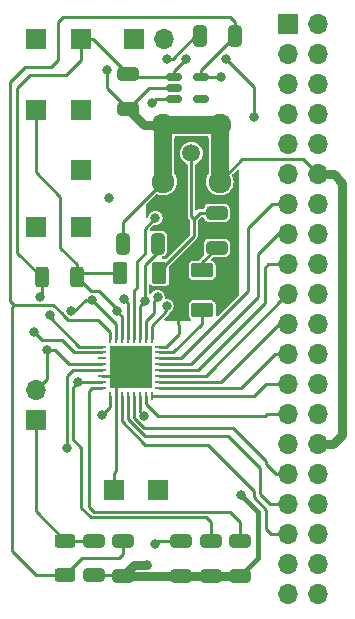
<source format=gbr>
%TF.GenerationSoftware,KiCad,Pcbnew,7.0.9*%
%TF.CreationDate,2024-09-05T13:52:43+09:00*%
%TF.ProjectId,STA5635,53544135-3633-4352-9e6b-696361645f70,rev?*%
%TF.SameCoordinates,Original*%
%TF.FileFunction,Copper,L1,Top*%
%TF.FilePolarity,Positive*%
%FSLAX46Y46*%
G04 Gerber Fmt 4.6, Leading zero omitted, Abs format (unit mm)*
G04 Created by KiCad (PCBNEW 7.0.9) date 2024-09-05 13:52:43*
%MOMM*%
%LPD*%
G01*
G04 APERTURE LIST*
G04 Aperture macros list*
%AMRoundRect*
0 Rectangle with rounded corners*
0 $1 Rounding radius*
0 $2 $3 $4 $5 $6 $7 $8 $9 X,Y pos of 4 corners*
0 Add a 4 corners polygon primitive as box body*
4,1,4,$2,$3,$4,$5,$6,$7,$8,$9,$2,$3,0*
0 Add four circle primitives for the rounded corners*
1,1,$1+$1,$2,$3*
1,1,$1+$1,$4,$5*
1,1,$1+$1,$6,$7*
1,1,$1+$1,$8,$9*
0 Add four rect primitives between the rounded corners*
20,1,$1+$1,$2,$3,$4,$5,0*
20,1,$1+$1,$4,$5,$6,$7,0*
20,1,$1+$1,$6,$7,$8,$9,0*
20,1,$1+$1,$8,$9,$2,$3,0*%
G04 Aperture macros list end*
%TA.AperFunction,ComponentPad*%
%ADD10R,1.700000X1.700000*%
%TD*%
%TA.AperFunction,ComponentPad*%
%ADD11O,1.700000X1.700000*%
%TD*%
%TA.AperFunction,SMDPad,CuDef*%
%ADD12RoundRect,0.250000X0.325000X0.650000X-0.325000X0.650000X-0.325000X-0.650000X0.325000X-0.650000X0*%
%TD*%
%TA.AperFunction,SMDPad,CuDef*%
%ADD13RoundRect,0.250000X-0.650000X0.325000X-0.650000X-0.325000X0.650000X-0.325000X0.650000X0.325000X0*%
%TD*%
%TA.AperFunction,SMDPad,CuDef*%
%ADD14RoundRect,0.250000X-0.312500X-0.625000X0.312500X-0.625000X0.312500X0.625000X-0.312500X0.625000X0*%
%TD*%
%TA.AperFunction,SMDPad,CuDef*%
%ADD15RoundRect,0.250000X0.625000X-0.312500X0.625000X0.312500X-0.625000X0.312500X-0.625000X-0.312500X0*%
%TD*%
%TA.AperFunction,ComponentPad*%
%ADD16C,1.508000*%
%TD*%
%TA.AperFunction,ComponentPad*%
%ADD17C,1.920000*%
%TD*%
%TA.AperFunction,SMDPad,CuDef*%
%ADD18RoundRect,0.250000X-0.362500X-0.700000X0.362500X-0.700000X0.362500X0.700000X-0.362500X0.700000X0*%
%TD*%
%TA.AperFunction,SMDPad,CuDef*%
%ADD19RoundRect,0.250000X-0.700000X0.362500X-0.700000X-0.362500X0.700000X-0.362500X0.700000X0.362500X0*%
%TD*%
%TA.AperFunction,SMDPad,CuDef*%
%ADD20RoundRect,0.150000X-0.512500X-0.150000X0.512500X-0.150000X0.512500X0.150000X-0.512500X0.150000X0*%
%TD*%
%TA.AperFunction,SMDPad,CuDef*%
%ADD21R,0.228600X0.762000*%
%TD*%
%TA.AperFunction,SMDPad,CuDef*%
%ADD22R,0.762000X0.228600*%
%TD*%
%TA.AperFunction,SMDPad,CuDef*%
%ADD23R,3.657600X3.657600*%
%TD*%
%TA.AperFunction,SMDPad,CuDef*%
%ADD24RoundRect,0.250000X0.650000X-0.325000X0.650000X0.325000X-0.650000X0.325000X-0.650000X-0.325000X0*%
%TD*%
%TA.AperFunction,ViaPad*%
%ADD25C,0.800000*%
%TD*%
%TA.AperFunction,Conductor*%
%ADD26C,0.250000*%
%TD*%
%TA.AperFunction,Conductor*%
%ADD27C,0.400000*%
%TD*%
%TA.AperFunction,Conductor*%
%ADD28C,0.800000*%
%TD*%
%TA.AperFunction,Conductor*%
%ADD29C,1.500000*%
%TD*%
G04 APERTURE END LIST*
D10*
%TO.P,TP1,1,1*%
%TO.N,Net-(U1-RFA_IN)*%
X135483600Y-70180200D03*
%TD*%
%TO.P,TP10,1,1*%
%TO.N,GND*%
X138277600Y-102285800D03*
%TD*%
%TO.P,J3,1,Pin_1*%
%TO.N,Net-(J3-Pin_1)*%
X131699000Y-96398000D03*
D11*
%TO.P,J3,2,Pin_2*%
%TO.N,CHIP_EN*%
X131699000Y-93858000D03*
%TD*%
D10*
%TO.P,TP6,1,1*%
%TO.N,TCXO_IN*%
X131673600Y-80086200D03*
%TD*%
%TO.P,TP2,1,1*%
%TO.N,Net-(U1-LNA_OUT)*%
X135483600Y-80086200D03*
%TD*%
%TO.P,TP9,1,1*%
%TO.N,VDD*%
X135509000Y-64135000D03*
%TD*%
D12*
%TO.P,C7,1*%
%TO.N,1.1V*%
X141987800Y-81457800D03*
%TO.P,C7,2*%
%TO.N,GND*%
X139037800Y-81457800D03*
%TD*%
D13*
%TO.P,C8,1*%
%TO.N,VCC*%
X139044950Y-106627400D03*
%TO.P,C8,2*%
%TO.N,GND*%
X139044950Y-109577400D03*
%TD*%
D10*
%TO.P,J4,1,Pin_1*%
%TO.N,Net-(J4-Pin_1)*%
X139954000Y-64135000D03*
D11*
%TO.P,J4,2,Pin_2*%
%TO.N,VDD*%
X142494000Y-64135000D03*
%TD*%
D13*
%TO.P,C3,1*%
%TO.N,Net-(J3-Pin_1)*%
X136581150Y-106616700D03*
%TO.P,C3,2*%
%TO.N,GND*%
X136581150Y-109566700D03*
%TD*%
D14*
%TO.P,R2,1*%
%TO.N,VDD*%
X132217700Y-84328000D03*
%TO.P,R2,2*%
%TO.N,Net-(U1-TP_IF_N{slash}Sense2(1))*%
X135142700Y-84328000D03*
%TD*%
D15*
%TO.P,R1,1*%
%TO.N,VCC*%
X134168150Y-109539500D03*
%TO.P,R1,2*%
%TO.N,Net-(J3-Pin_1)*%
X134168150Y-106614500D03*
%TD*%
D16*
%TO.P,J2,1*%
%TO.N,Net-(C9-Pad2)*%
X144856200Y-73812400D03*
D17*
%TO.P,J2,G1*%
%TO.N,GND*%
X142456200Y-71412400D03*
%TO.P,J2,G2*%
X142456200Y-76212400D03*
%TO.P,J2,G3*%
X147256200Y-76212400D03*
%TO.P,J2,G4*%
X147256200Y-71412400D03*
%TD*%
D18*
%TO.P,L1,1*%
%TO.N,Net-(U1-TP_IF_N{slash}Sense2(1))*%
X138824900Y-83947000D03*
%TO.P,L1,2*%
%TO.N,Net-(C9-Pad2)*%
X142149900Y-83947000D03*
%TD*%
D10*
%TO.P,TP5,1,1*%
%TO.N,1.1V*%
X135509000Y-75234800D03*
%TD*%
D19*
%TO.P,L2,2*%
%TO.N,LNA_IN*%
X145770600Y-87057300D03*
%TO.P,L2,1*%
%TO.N,Net-(C9-Pad1)*%
X145770600Y-83732300D03*
%TD*%
D10*
%TO.P,TP3,1,1*%
%TO.N,Net-(U1-VCC_IO)*%
X131699000Y-64135000D03*
%TD*%
D13*
%TO.P,C6,1*%
%TO.N,Net-(U1-V11_OUT_DIG)*%
X143997950Y-106625600D03*
%TO.P,C6,2*%
%TO.N,GND*%
X143997950Y-109575600D03*
%TD*%
D10*
%TO.P,J1,1,Pin_1*%
%TO.N,CHIP_EN*%
X153035000Y-62890400D03*
D11*
%TO.P,J1,2,Pin_2*%
%TO.N,unconnected-(J1-Pin_2-Pad2)*%
X155575000Y-62890400D03*
%TO.P,J1,3,Pin_3*%
%TO.N,unconnected-(J1-Pin_3-Pad3)*%
X153035000Y-65430400D03*
%TO.P,J1,4,Pin_4*%
%TO.N,unconnected-(J1-Pin_4-Pad4)*%
X155575000Y-65430400D03*
%TO.P,J1,5,Pin_5*%
%TO.N,unconnected-(J1-Pin_5-Pad5)*%
X153035000Y-67970400D03*
%TO.P,J1,6,Pin_6*%
%TO.N,unconnected-(J1-Pin_6-Pad6)*%
X155575000Y-67970400D03*
%TO.P,J1,7,Pin_7*%
%TO.N,unconnected-(J1-Pin_7-Pad7)*%
X153035000Y-70510400D03*
%TO.P,J1,8,Pin_8*%
%TO.N,unconnected-(J1-Pin_8-Pad8)*%
X155575000Y-70510400D03*
%TO.P,J1,9,Pin_9*%
%TO.N,unconnected-(J1-Pin_9-Pad9)*%
X153035000Y-73050400D03*
%TO.P,J1,10,Pin_10*%
%TO.N,unconnected-(J1-Pin_10-Pad10)*%
X155575000Y-73050400D03*
%TO.P,J1,11,Pin_11*%
%TO.N,5V*%
X153035000Y-75590400D03*
%TO.P,J1,12,Pin_12*%
%TO.N,GND*%
X155575000Y-75590400D03*
%TO.P,J1,13,Pin_13*%
%TO.N,Net-(J1-Pin_13)*%
X153035000Y-78130400D03*
%TO.P,J1,14,Pin_14*%
%TO.N,unconnected-(J1-Pin_14-Pad14)*%
X155575000Y-78130400D03*
%TO.P,J1,15,Pin_15*%
%TO.N,Net-(J1-Pin_15)*%
X153035000Y-80670400D03*
%TO.P,J1,16,Pin_16*%
%TO.N,unconnected-(J1-Pin_16-Pad16)*%
X155575000Y-80670400D03*
%TO.P,J1,17,Pin_17*%
%TO.N,Net-(J1-Pin_17)*%
X153035000Y-83210400D03*
%TO.P,J1,18,Pin_18*%
%TO.N,unconnected-(J1-Pin_18-Pad18)*%
X155575000Y-83210400D03*
%TO.P,J1,19,Pin_19*%
%TO.N,Net-(J1-Pin_19)*%
X153035000Y-85750400D03*
%TO.P,J1,20,Pin_20*%
%TO.N,unconnected-(J1-Pin_20-Pad20)*%
X155575000Y-85750400D03*
%TO.P,J1,21,Pin_21*%
%TO.N,Net-(J1-Pin_21)*%
X153035000Y-88290400D03*
%TO.P,J1,22,Pin_22*%
%TO.N,unconnected-(J1-Pin_22-Pad22)*%
X155575000Y-88290400D03*
%TO.P,J1,23,Pin_23*%
%TO.N,Net-(J1-Pin_23)*%
X153035000Y-90830400D03*
%TO.P,J1,24,Pin_24*%
%TO.N,unconnected-(J1-Pin_24-Pad24)*%
X155575000Y-90830400D03*
%TO.P,J1,25,Pin_25*%
%TO.N,Net-(J1-Pin_25)*%
X153035000Y-93370400D03*
%TO.P,J1,26,Pin_26*%
%TO.N,unconnected-(J1-Pin_26-Pad26)*%
X155575000Y-93370400D03*
%TO.P,J1,27,Pin_27*%
%TO.N,Net-(J1-Pin_27)*%
X153035000Y-95910400D03*
%TO.P,J1,28,Pin_28*%
%TO.N,unconnected-(J1-Pin_28-Pad28)*%
X155575000Y-95910400D03*
%TO.P,J1,29,Pin_29*%
%TO.N,VDD*%
X153035000Y-98450400D03*
%TO.P,J1,30,Pin_30*%
%TO.N,GND*%
X155575000Y-98450400D03*
%TO.P,J1,31,Pin_31*%
%TO.N,Net-(J1-Pin_31)*%
X153035000Y-100990400D03*
%TO.P,J1,32,Pin_32*%
%TO.N,unconnected-(J1-Pin_32-Pad32)*%
X155575000Y-100990400D03*
%TO.P,J1,33,Pin_33*%
%TO.N,Net-(J1-Pin_33)*%
X153035000Y-103530400D03*
%TO.P,J1,34,Pin_34*%
%TO.N,unconnected-(J1-Pin_34-Pad34)*%
X155575000Y-103530400D03*
%TO.P,J1,35,Pin_35*%
%TO.N,Net-(J1-Pin_35)*%
X153035000Y-106070400D03*
%TO.P,J1,36,Pin_36*%
%TO.N,unconnected-(J1-Pin_36-Pad36)*%
X155575000Y-106070400D03*
%TO.P,J1,37,Pin_37*%
%TO.N,Net-(J1-Pin_37)*%
X153035000Y-108610400D03*
%TO.P,J1,38,Pin_38*%
%TO.N,unconnected-(J1-Pin_38-Pad38)*%
X155575000Y-108610400D03*
%TO.P,J1,39,Pin_39*%
%TO.N,TCXO_IN*%
X153035000Y-111150400D03*
%TO.P,J1,40,Pin_40*%
%TO.N,unconnected-(J1-Pin_40-Pad40)*%
X155575000Y-111150400D03*
%TD*%
D10*
%TO.P,TP4,1,1*%
%TO.N,Net-(U1-V11_OUT_DIG)*%
X142036800Y-102285800D03*
%TD*%
D13*
%TO.P,C5,1*%
%TO.N,Net-(U1-VCC_IO)*%
X146487150Y-106625600D03*
%TO.P,C5,2*%
%TO.N,GND*%
X146487150Y-109575600D03*
%TD*%
D20*
%TO.P,U2,1,VIN*%
%TO.N,VDD*%
X143383000Y-67360800D03*
%TO.P,U2,2,GND*%
%TO.N,GND*%
X143383000Y-68310800D03*
%TO.P,U2,3,EN*%
%TO.N,Net-(J4-Pin_1)*%
X143383000Y-69260800D03*
%TO.P,U2,4,NC*%
%TO.N,unconnected-(U2-NC-Pad4)*%
X145658000Y-69260800D03*
%TO.P,U2,5,VOUT*%
%TO.N,VCC*%
X145658000Y-67360800D03*
%TD*%
D21*
%TO.P,U1,1,V11_LNA*%
%TO.N,1.1V*%
X141475841Y-89509600D03*
%TO.P,U1,2,LNA_OUT*%
%TO.N,Net-(U1-LNA_OUT)*%
X140975715Y-89509600D03*
%TO.P,U1,3,V11_CHAIN*%
%TO.N,1.1V*%
X140475589Y-89509600D03*
%TO.P,U1,4,RFA_IN*%
%TO.N,Net-(U1-RFA_IN)*%
X139975463Y-89509600D03*
%TO.P,U1,5,TP_IF_P/Sense1(1)*%
%TO.N,VDD*%
X139475337Y-89509600D03*
%TO.P,U1,6,TP_IF_N/Sense2(1)*%
%TO.N,Net-(U1-TP_IF_N{slash}Sense2(1))*%
X138975211Y-89509600D03*
%TO.P,U1,7,V11_OUT_RF*%
%TO.N,1.1V*%
X138475085Y-89509600D03*
%TO.P,U1,8,VCC_RF*%
%TO.N,VCC*%
X137974959Y-89509600D03*
D22*
%TO.P,U1,9,V11_PLL*%
%TO.N,1.1V*%
X137299700Y-90184859D03*
%TO.P,U1,10,TCXO_IN*%
%TO.N,TCXO_IN*%
X137299700Y-90684985D03*
%TO.P,U1,11,NC*%
%TO.N,unconnected-(U1-NC-Pad11)*%
X137299700Y-91185111D03*
%TO.P,U1,12,CHIP_EN*%
%TO.N,CHIP_EN*%
X137299700Y-91685237D03*
%TO.P,U1,13,V11_OUT_DIG*%
%TO.N,Net-(U1-V11_OUT_DIG)*%
X137299700Y-92185363D03*
%TO.P,U1,14,GND_DIG*%
%TO.N,GND*%
X137299700Y-92685489D03*
%TO.P,U1,15,VCC_IO*%
%TO.N,Net-(U1-VCC_IO)*%
X137299700Y-93185615D03*
%TO.P,U1,16,V18_OUT*%
%TO.N,Net-(U1-V18_OUT)*%
X137299700Y-93685741D03*
D21*
%TO.P,U1,17,TCXO_CLK*%
%TO.N,TCXO_IN*%
X137974959Y-94361000D03*
%TO.P,U1,18,GND_IO*%
%TO.N,GND*%
X138475085Y-94361000D03*
%TO.P,U1,19,Q-sign2*%
%TO.N,Net-(J1-Pin_35)*%
X138975211Y-94361000D03*
%TO.P,U1,20,I-mag2*%
%TO.N,Net-(J1-Pin_33)*%
X139475337Y-94361000D03*
%TO.P,U1,21,I-sign2*%
%TO.N,Net-(J1-Pin_31)*%
X139975463Y-94361000D03*
%TO.P,U1,22,Q-mag2*%
%TO.N,Net-(J1-Pin_37)*%
X140475589Y-94361000D03*
%TO.P,U1,23,I-mag1*%
%TO.N,Net-(J1-Pin_27)*%
X140975715Y-94361000D03*
%TO.P,U1,24,I-sign1*%
%TO.N,Net-(J1-Pin_25)*%
X141475841Y-94361000D03*
D22*
%TO.P,U1,25,Q-sign1*%
%TO.N,Net-(J1-Pin_23)*%
X142151100Y-93685741D03*
%TO.P,U1,26,Q-mag1*%
%TO.N,Net-(J1-Pin_21)*%
X142151100Y-93185615D03*
%TO.P,U1,27,SPI_CLK*%
%TO.N,Net-(J1-Pin_19)*%
X142151100Y-92685489D03*
%TO.P,U1,28,SPI_DI*%
%TO.N,Net-(J1-Pin_17)*%
X142151100Y-92185363D03*
%TO.P,U1,29,SPI_DO*%
%TO.N,Net-(J1-Pin_15)*%
X142151100Y-91685237D03*
%TO.P,U1,30,SPI_NCS*%
%TO.N,Net-(J1-Pin_13)*%
X142151100Y-91185111D03*
%TO.P,U1,31,LNA_IN*%
%TO.N,LNA_IN*%
X142151100Y-90684985D03*
%TO.P,U1,32,LNA_GND*%
%TO.N,GNDA*%
X142151100Y-90184859D03*
D23*
%TO.P,U1,33,GND*%
%TO.N,GND*%
X139725400Y-91935300D03*
%TD*%
D13*
%TO.P,C1,1*%
%TO.N,VDD*%
X139522200Y-67105000D03*
%TO.P,C1,2*%
%TO.N,GND*%
X139522200Y-70055000D03*
%TD*%
%TO.P,C4,1*%
%TO.N,Net-(U1-V18_OUT)*%
X148976350Y-106625600D03*
%TO.P,C4,2*%
%TO.N,GND*%
X148976350Y-109575600D03*
%TD*%
D12*
%TO.P,C2,1*%
%TO.N,VCC*%
X148541000Y-63881000D03*
%TO.P,C2,2*%
%TO.N,GND*%
X145591000Y-63881000D03*
%TD*%
D24*
%TO.P,C9,1*%
%TO.N,Net-(C9-Pad1)*%
X147015200Y-81817000D03*
%TO.P,C9,2*%
%TO.N,Net-(C9-Pad2)*%
X147015200Y-78867000D03*
%TD*%
D10*
%TO.P,TP8,1,1*%
%TO.N,Net-(U1-TP_IF_N{slash}Sense2(1))*%
X131673600Y-70180200D03*
%TD*%
D25*
%TO.N,GNDA*%
X144018000Y-80467200D03*
X143992600Y-83185000D03*
X143713200Y-87477600D03*
%TO.N,VDD*%
X132054600Y-85965700D03*
X139115800Y-86156800D03*
%TO.N,GND*%
X140843000Y-90678000D03*
X140843000Y-91821000D03*
X137721100Y-66725800D03*
X138557000Y-90678000D03*
X142748000Y-65811400D03*
X140843000Y-93091000D03*
X138557000Y-91821000D03*
X138557000Y-93091000D03*
X149047200Y-102768400D03*
X139700000Y-90678000D03*
X139700000Y-93091000D03*
X139700000Y-91821000D03*
X141102350Y-108635800D03*
%TO.N,VCC*%
X147345400Y-67360800D03*
%TO.N,TCXO_IN*%
X131521200Y-88950800D03*
%TO.N,CHIP_EN*%
X132664200Y-90500200D03*
%TO.N,Net-(U1-VCC_IO)*%
X135261985Y-93185615D03*
%TO.N,Net-(U1-V11_OUT_DIG)*%
X134340600Y-98806000D03*
X141762750Y-106908600D03*
%TO.N,VDD*%
X150114000Y-70739000D03*
X147751800Y-65862200D03*
X144373600Y-65862200D03*
%TO.N,Net-(U1-TP_IF_N{slash}Sense2(1))*%
X138519500Y-87193901D03*
%TO.N,TCXO_IN*%
X137287000Y-95961200D03*
%TO.N,Net-(J1-Pin_37)*%
X140843000Y-96062800D03*
%TO.N,Net-(J4-Pin_1)*%
X141554200Y-69596000D03*
%TO.N,Net-(U1-RFA_IN)*%
X141808200Y-79273400D03*
X137871200Y-77622400D03*
%TO.N,Net-(U1-LNA_OUT)*%
X141986000Y-86016500D03*
%TO.N,1.1V*%
X134670800Y-87198200D03*
X136448800Y-86220900D03*
X140906500Y-86321900D03*
X142748000Y-86741000D03*
X132867400Y-87528400D03*
%TD*%
D26*
%TO.N,GNDA*%
X143713200Y-87477600D02*
X143764000Y-87833200D01*
X143764000Y-89103200D02*
X143713200Y-87477600D01*
X142682341Y-90184859D02*
X143764000Y-89103200D01*
X142151100Y-90184859D02*
X142682341Y-90184859D01*
%TO.N,Net-(C9-Pad1)*%
X145770600Y-83061600D02*
X147015200Y-81817000D01*
X145770600Y-83732300D02*
X145770600Y-83061600D01*
%TO.N,LNA_IN*%
X145770600Y-88239600D02*
X145770600Y-87057300D01*
X143325215Y-90684985D02*
X145770600Y-88239600D01*
X142151100Y-90684985D02*
X143325215Y-90684985D01*
%TO.N,Net-(J1-Pin_13)*%
X151663400Y-78130400D02*
X153035000Y-78130400D01*
X149682200Y-85496400D02*
X149682200Y-80111600D01*
X143993489Y-91185111D02*
X149682200Y-85496400D01*
X142151100Y-91185111D02*
X143993489Y-91185111D01*
X149682200Y-80111600D02*
X151663400Y-78130400D01*
%TO.N,Net-(J1-Pin_15)*%
X152196800Y-80670400D02*
X153035000Y-80670400D01*
X150520400Y-85953600D02*
X150520400Y-82346800D01*
X150520400Y-82346800D02*
X152196800Y-80670400D01*
X144788763Y-91685237D02*
X150520400Y-85953600D01*
X142151100Y-91685237D02*
X144788763Y-91685237D01*
%TO.N,Net-(J1-Pin_17)*%
X151079200Y-83489800D02*
X151358600Y-83210400D01*
X151358600Y-83210400D02*
X153035000Y-83210400D01*
X151079200Y-86487000D02*
X151079200Y-83489800D01*
X145380837Y-92185363D02*
X151079200Y-86487000D01*
X142151100Y-92185363D02*
X145380837Y-92185363D01*
%TO.N,Net-(J1-Pin_19)*%
X152984200Y-85750400D02*
X153035000Y-85750400D01*
X146049111Y-92685489D02*
X152984200Y-85750400D01*
X142151100Y-92685489D02*
X146049111Y-92685489D01*
%TO.N,Net-(J1-Pin_21)*%
X147377785Y-93185615D02*
X152273000Y-88290400D01*
X152273000Y-88290400D02*
X153035000Y-88290400D01*
X142151100Y-93185615D02*
X147377785Y-93185615D01*
%TO.N,Net-(J1-Pin_23)*%
X151917400Y-90830400D02*
X153035000Y-90830400D01*
X149062059Y-93685741D02*
X151917400Y-90830400D01*
X142151100Y-93685741D02*
X149062059Y-93685741D01*
%TO.N,Net-(J1-Pin_25)*%
X151180800Y-93370400D02*
X153035000Y-93370400D01*
X150190200Y-94361000D02*
X151180800Y-93370400D01*
X141475841Y-94361000D02*
X150190200Y-94361000D01*
%TO.N,Net-(C9-Pad2)*%
X144856200Y-79146400D02*
X145059400Y-79349600D01*
X144856200Y-73812400D02*
X144856200Y-79146400D01*
X145059400Y-79349600D02*
X145542000Y-78867000D01*
X145059400Y-80822800D02*
X145059400Y-79349600D01*
X142646400Y-83450500D02*
X142646400Y-83235800D01*
X145542000Y-78867000D02*
X147015200Y-78867000D01*
X142149900Y-83947000D02*
X142646400Y-83450500D01*
X142646400Y-83235800D02*
X145059400Y-80822800D01*
%TO.N,Net-(C9-Pad1)*%
X146466700Y-81817000D02*
X147015200Y-81817000D01*
%TO.N,VCC*%
X129489200Y-86323900D02*
X129855500Y-86690200D01*
X129489200Y-67792600D02*
X129489200Y-86323900D01*
X130784600Y-66497200D02*
X129489200Y-67792600D01*
X133527800Y-65913000D02*
X132943600Y-66497200D01*
X132943600Y-66497200D02*
X130784600Y-66497200D01*
X133985000Y-62255400D02*
X133527800Y-62712600D01*
X133527800Y-62712600D02*
X133527800Y-65913000D01*
X148107400Y-62255400D02*
X133985000Y-62255400D01*
X148541000Y-62689000D02*
X148107400Y-62255400D01*
X148541000Y-63881000D02*
X148541000Y-62689000D01*
%TO.N,VDD*%
X132217700Y-85802600D02*
X132054600Y-85965700D01*
X132217700Y-84328000D02*
X132217700Y-85802600D01*
X139471400Y-86512400D02*
X139115800Y-86156800D01*
X139471400Y-86766400D02*
X139471400Y-86512400D01*
X139475337Y-86770337D02*
X139471400Y-86766400D01*
%TO.N,VCC*%
X133172200Y-86690200D02*
X129855500Y-86690200D01*
X136970600Y-87923200D02*
X134370495Y-87923200D01*
X137974959Y-88927559D02*
X136970600Y-87923200D01*
X134370495Y-87923200D02*
X133945800Y-87498505D01*
X133945800Y-87498505D02*
X133945800Y-87463800D01*
X129855500Y-86690200D02*
X129641600Y-86904100D01*
X137974959Y-89509600D02*
X137974959Y-88927559D01*
X133945800Y-87463800D02*
X133172200Y-86690200D01*
%TO.N,1.1V*%
X138475085Y-88233885D02*
X138475085Y-89509600D01*
X137795000Y-87553800D02*
X138475085Y-88233885D01*
X137781700Y-87553800D02*
X137795000Y-87553800D01*
X136448800Y-86220900D02*
X137781700Y-87553800D01*
X134924800Y-87198200D02*
X134670800Y-87198200D01*
X136448800Y-86220900D02*
X135902100Y-86220900D01*
X135902100Y-86220900D02*
X134924800Y-87198200D01*
X135371459Y-90184859D02*
X137299700Y-90184859D01*
X132867400Y-87680800D02*
X135371459Y-90184859D01*
X132867400Y-87528400D02*
X132867400Y-87680800D01*
%TO.N,VDD*%
X130124200Y-82234500D02*
X132217700Y-84328000D01*
X130124200Y-68275200D02*
X130124200Y-82234500D01*
X131191000Y-67208400D02*
X130124200Y-68275200D01*
X134239000Y-67208400D02*
X131191000Y-67208400D01*
X135509000Y-65938400D02*
X134239000Y-67208400D01*
X135509000Y-64135000D02*
X135509000Y-65938400D01*
X136552200Y-64135000D02*
X135509000Y-64135000D01*
X139522200Y-67105000D02*
X136552200Y-64135000D01*
%TO.N,GND*%
X139522200Y-70055000D02*
X137718800Y-68251600D01*
X154305000Y-74320400D02*
X149148200Y-74320400D01*
X138975211Y-92685489D02*
X139725400Y-91935300D01*
X139700000Y-91960700D02*
X139700000Y-91821000D01*
X136581150Y-109566700D02*
X139034250Y-109566700D01*
X137718800Y-68251600D02*
X137718800Y-66725800D01*
D27*
X150469600Y-108082350D02*
X148976350Y-109575600D01*
D28*
X148976350Y-109575600D02*
X146487150Y-109575600D01*
X143997950Y-109575600D02*
X139046750Y-109575600D01*
X157632400Y-97637600D02*
X157632400Y-76301600D01*
D26*
X138277600Y-100914200D02*
X138277600Y-102285800D01*
X142456200Y-76212400D02*
X139037800Y-79630800D01*
X138557000Y-93103700D02*
X138557000Y-93091000D01*
X139700000Y-91821000D02*
X139839700Y-91821000D01*
D28*
X141102350Y-108635800D02*
X139986550Y-108635800D01*
D29*
X147256200Y-76212400D02*
X147256200Y-71412400D01*
D26*
X141266400Y-68310800D02*
X139522200Y-70055000D01*
D28*
X156921200Y-75590400D02*
X155575000Y-75590400D01*
D26*
X138475085Y-99776915D02*
X138480800Y-99782630D01*
X143383000Y-68310800D02*
X141266400Y-68310800D01*
X154305000Y-74320400D02*
X155575000Y-75590400D01*
X143256000Y-65811400D02*
X142748000Y-65811400D01*
X138569700Y-93091000D02*
X139700000Y-91960700D01*
D28*
X146487150Y-109575600D02*
X143997950Y-109575600D01*
D26*
X139037800Y-79630800D02*
X139037800Y-81457800D01*
X138480800Y-100711000D02*
X138277600Y-100914200D01*
D29*
X142456200Y-71412400D02*
X142456200Y-76212400D01*
D26*
X149148200Y-74320400D02*
X147256200Y-76212400D01*
X138480800Y-99782630D02*
X138480800Y-100711000D01*
D28*
X140879600Y-71412400D02*
X139522200Y-70055000D01*
D29*
X142456200Y-71412400D02*
X147256200Y-71412400D01*
D26*
X138557000Y-93091000D02*
X138569700Y-93091000D01*
D28*
X139986550Y-108635800D02*
X139044950Y-109577400D01*
D26*
X145591000Y-63881000D02*
X145186400Y-63881000D01*
X143996150Y-109577400D02*
X143997950Y-109575600D01*
D28*
X155575000Y-98450400D02*
X156819600Y-98450400D01*
D26*
X138475085Y-93185615D02*
X138557000Y-93103700D01*
D28*
X157632400Y-76301600D02*
X156921200Y-75590400D01*
D26*
X142746200Y-65809600D02*
X142748000Y-65811400D01*
X138475085Y-94361000D02*
X138475085Y-93185615D01*
D28*
X139046750Y-109575600D02*
X139044950Y-109577400D01*
X142456200Y-71412400D02*
X140879600Y-71412400D01*
D26*
X138475085Y-94361000D02*
X138475085Y-99776915D01*
D28*
X156819600Y-98450400D02*
X157632400Y-97637600D01*
D27*
X149047200Y-102768400D02*
X150469600Y-104190800D01*
D26*
X137299700Y-92685489D02*
X138975211Y-92685489D01*
X139034250Y-109566700D02*
X139044950Y-109577400D01*
D27*
X150469600Y-104190800D02*
X150469600Y-108082350D01*
D26*
X139839700Y-91821000D02*
X139725400Y-91935300D01*
X137718800Y-66725800D02*
X137721100Y-66725800D01*
X145186400Y-63881000D02*
X143256000Y-65811400D01*
%TO.N,VCC*%
X138689350Y-108077000D02*
X139044950Y-107721400D01*
%TO.N,VDD*%
X139475337Y-89509600D02*
X139475337Y-86770337D01*
%TO.N,VCC*%
X139044950Y-107721400D02*
X139044950Y-106627400D01*
X145658000Y-66764000D02*
X145658000Y-67360800D01*
X135630650Y-108077000D02*
X138689350Y-108077000D01*
X134168150Y-109539500D02*
X131713700Y-109539500D01*
X148541000Y-63881000D02*
X145658000Y-66764000D01*
X131713700Y-109539500D02*
X129641600Y-107467400D01*
X129641600Y-107467400D02*
X129641600Y-86904100D01*
X145696200Y-67322600D02*
X145658000Y-67360800D01*
X134168150Y-109539500D02*
X135630650Y-108077000D01*
X145658000Y-67360800D02*
X147345400Y-67360800D01*
%TO.N,Net-(J3-Pin_1)*%
X136581150Y-106616700D02*
X134170350Y-106616700D01*
X131699000Y-104145350D02*
X131699000Y-96398000D01*
X134168150Y-106614500D02*
X131699000Y-104145350D01*
X134170350Y-106616700D02*
X134168150Y-106614500D01*
%TO.N,TCXO_IN*%
X137299700Y-90684985D02*
X134906385Y-90684985D01*
X132232400Y-89662000D02*
X131521200Y-88950800D01*
X134906385Y-90684985D02*
X133883400Y-89662000D01*
X133883400Y-89662000D02*
X132232400Y-89662000D01*
%TO.N,CHIP_EN*%
X132664200Y-90500200D02*
X132664200Y-92892800D01*
X133283105Y-90500200D02*
X134468142Y-91685237D01*
X132664200Y-90500200D02*
X133283105Y-90500200D01*
X134468142Y-91685237D02*
X137299700Y-91685237D01*
X132664200Y-92892800D02*
X131699000Y-93858000D01*
%TO.N,Net-(U1-V18_OUT)*%
X136601200Y-104165400D02*
X148132800Y-104165400D01*
X148132800Y-104165400D02*
X148976350Y-105008950D01*
X148976350Y-105008950D02*
X148976350Y-106625600D01*
X136169400Y-93980000D02*
X136169400Y-103454200D01*
X137299700Y-93685741D02*
X136463659Y-93685741D01*
X136176000Y-103740200D02*
X136601200Y-104165400D01*
X136169400Y-103454200D02*
X136176000Y-103460800D01*
X136176000Y-103460800D02*
X136176000Y-103740200D01*
X136463659Y-93685741D02*
X136169400Y-93980000D01*
%TO.N,Net-(U1-VCC_IO)*%
X146100800Y-104648000D02*
X136321800Y-104648000D01*
X134790600Y-93657000D02*
X135261985Y-93185615D01*
X135261985Y-93185615D02*
X137299700Y-93185615D01*
X146487150Y-105034350D02*
X146100800Y-104648000D01*
X146487150Y-106625600D02*
X146487150Y-105034350D01*
X136321800Y-104648000D02*
X135509000Y-103835200D01*
X135509000Y-103835200D02*
X135509000Y-98769600D01*
X135509000Y-98769600D02*
X134790600Y-98051200D01*
X134790600Y-98051200D02*
X134790600Y-93657000D01*
%TO.N,Net-(U1-V11_OUT_DIG)*%
X142045750Y-106625600D02*
X141762750Y-106908600D01*
X134340600Y-92633800D02*
X134340600Y-98806000D01*
X137299700Y-92185363D02*
X134789037Y-92185363D01*
X143997950Y-106625600D02*
X142045750Y-106625600D01*
X134789037Y-92185363D02*
X134340600Y-92633800D01*
X143997950Y-106625600D02*
X142902150Y-106625600D01*
%TO.N,VDD*%
X143383000Y-67360800D02*
X143383000Y-66852800D01*
X150114000Y-68224400D02*
X150114000Y-70739000D01*
X139778000Y-67360800D02*
X139522200Y-67105000D01*
X143383000Y-66852800D02*
X144373600Y-65862200D01*
X143383000Y-67360800D02*
X139778000Y-67360800D01*
X147751800Y-65862200D02*
X150114000Y-68224400D01*
%TO.N,Net-(C9-Pad2)*%
X144500600Y-74168000D02*
X144856200Y-73812400D01*
%TO.N,Net-(U1-TP_IF_N{slash}Sense2(1))*%
X135142700Y-84328000D02*
X135142700Y-83199700D01*
X133756400Y-81813400D02*
X133756400Y-77495400D01*
X131673600Y-75412600D02*
X131673600Y-70180200D01*
X135142700Y-83199700D02*
X133756400Y-81813400D01*
X138824900Y-83947000D02*
X135523700Y-83947000D01*
X138519500Y-87024395D02*
X136991505Y-85496400D01*
X136991505Y-85496400D02*
X136311100Y-85496400D01*
X136311100Y-85496400D02*
X135142700Y-84328000D01*
X135523700Y-83947000D02*
X135142700Y-84328000D01*
X133756400Y-77495400D02*
X131673600Y-75412600D01*
X138975211Y-87649612D02*
X138519500Y-87193901D01*
X138519500Y-87193901D02*
X138519500Y-87024395D01*
X138975211Y-89509600D02*
X138975211Y-87649612D01*
%TO.N,Net-(J1-Pin_27)*%
X140975715Y-94361000D02*
X140975715Y-95006174D01*
X151231600Y-95910400D02*
X153035000Y-95910400D01*
X142057741Y-96088200D02*
X151053800Y-96088200D01*
X140975715Y-95006174D02*
X142057741Y-96088200D01*
X151053800Y-96088200D02*
X151231600Y-95910400D01*
%TO.N,Net-(J1-Pin_31)*%
X140833695Y-97078800D02*
X148361400Y-97078800D01*
X151130000Y-100126800D02*
X151993600Y-100990400D01*
X151130000Y-99847400D02*
X151130000Y-100126800D01*
X139975463Y-96220568D02*
X140833695Y-97078800D01*
X151993600Y-100990400D02*
X153035000Y-100990400D01*
X148361400Y-97078800D02*
X151130000Y-99847400D01*
X139975463Y-94361000D02*
X139975463Y-96220568D01*
%TO.N,Net-(J1-Pin_33)*%
X140908499Y-97790000D02*
X147980400Y-97790000D01*
X139475337Y-94361000D02*
X139475337Y-96356838D01*
X147980400Y-97790000D02*
X150622000Y-100431600D01*
X139475337Y-96356838D02*
X140908499Y-97790000D01*
X151511000Y-103530400D02*
X153035000Y-103530400D01*
X150622000Y-102641400D02*
X151511000Y-103530400D01*
X150622000Y-100431600D02*
X150622000Y-102641400D01*
%TO.N,Net-(J1-Pin_35)*%
X151206200Y-105664000D02*
X151206200Y-103987600D01*
X150139400Y-102920800D02*
X150139400Y-102387400D01*
X146227800Y-98475800D02*
X145465800Y-98475800D01*
X151206200Y-103987600D02*
X150139400Y-102920800D01*
X150139400Y-102387400D02*
X146227800Y-98475800D01*
X140957903Y-98475800D02*
X145465800Y-98475800D01*
X153035000Y-106070400D02*
X151612600Y-106070400D01*
X138975211Y-94361000D02*
X138975211Y-96493108D01*
X138975211Y-96493108D02*
X140957903Y-98475800D01*
X151612600Y-106070400D02*
X151206200Y-105664000D01*
%TO.N,TCXO_IN*%
X137287000Y-95961200D02*
X137972800Y-95275400D01*
X137974959Y-95070041D02*
X137974959Y-94361000D01*
X137972800Y-95072200D02*
X137974959Y-95070041D01*
X137972800Y-95275400D02*
X137972800Y-95072200D01*
%TO.N,Net-(J1-Pin_37)*%
X140475589Y-94361000D02*
X140475589Y-95695389D01*
X140475589Y-95695389D02*
X140843000Y-96062800D01*
%TO.N,Net-(J4-Pin_1)*%
X139522200Y-64098600D02*
X139536600Y-64084200D01*
X141889400Y-69260800D02*
X141554200Y-69596000D01*
X143383000Y-69260800D02*
X141889400Y-69260800D01*
%TO.N,Net-(U1-RFA_IN)*%
X139979400Y-86174326D02*
X139979400Y-85471000D01*
X140284200Y-82956400D02*
X140893800Y-82346800D01*
X139975463Y-86178263D02*
X139979400Y-86174326D01*
X140893800Y-82346800D02*
X140893800Y-80187800D01*
X139979400Y-85471000D02*
X140284200Y-85166200D01*
X139975463Y-89509600D02*
X139975463Y-86178263D01*
X140893800Y-80187800D02*
X141808200Y-79273400D01*
X140284200Y-85166200D02*
X140284200Y-82956400D01*
%TO.N,Net-(U1-LNA_OUT)*%
X141681200Y-86360000D02*
X141986000Y-86055200D01*
X140975715Y-89509600D02*
X140975715Y-88005285D01*
X141681200Y-87299800D02*
X141681200Y-86360000D01*
X141986000Y-86055200D02*
X141986000Y-86016500D01*
X140975715Y-88005285D02*
X141681200Y-87299800D01*
%TO.N,1.1V*%
X142722600Y-86766400D02*
X142748000Y-86741000D01*
X141475841Y-88444959D02*
X142722600Y-87198200D01*
X140906500Y-83250300D02*
X140906500Y-86321900D01*
X140906500Y-83250300D02*
X141987800Y-82169000D01*
X140906500Y-86321900D02*
X140475589Y-86752811D01*
X141475841Y-89509600D02*
X141475841Y-88444959D01*
X142722600Y-87198200D02*
X142722600Y-86766400D01*
X140475589Y-86752811D02*
X140475589Y-89509600D01*
%TD*%
%TA.AperFunction,Conductor*%
%TO.N,GNDA*%
G36*
X146248739Y-72382585D02*
G01*
X146294494Y-72435389D01*
X146305700Y-72486900D01*
X146305700Y-75503794D01*
X146286015Y-75570833D01*
X146280662Y-75578509D01*
X146271113Y-75591155D01*
X146265297Y-75598857D01*
X146265292Y-75598864D01*
X146169434Y-75791372D01*
X146169429Y-75791385D01*
X146110571Y-75998245D01*
X146090728Y-76212399D01*
X146090728Y-76212400D01*
X146110571Y-76426554D01*
X146169429Y-76633414D01*
X146169434Y-76633427D01*
X146265296Y-76825942D01*
X146357286Y-76947757D01*
X146394906Y-76997573D01*
X146553846Y-77142467D01*
X146736704Y-77255688D01*
X146736705Y-77255688D01*
X146736706Y-77255689D01*
X146764866Y-77266598D01*
X146937253Y-77333381D01*
X147148664Y-77372900D01*
X147148667Y-77372900D01*
X147363733Y-77372900D01*
X147363736Y-77372900D01*
X147575147Y-77333381D01*
X147775696Y-77255688D01*
X147958554Y-77142467D01*
X148117494Y-76997573D01*
X148247104Y-76825942D01*
X148342970Y-76633417D01*
X148401828Y-76426555D01*
X148421672Y-76212400D01*
X148401828Y-75998245D01*
X148342970Y-75791383D01*
X148314449Y-75734107D01*
X148302189Y-75665322D01*
X148329062Y-75600827D01*
X148337759Y-75591165D01*
X148708519Y-75220405D01*
X148769842Y-75186921D01*
X148839534Y-75191905D01*
X148895467Y-75233777D01*
X148919884Y-75299241D01*
X148920200Y-75308087D01*
X148920200Y-85746711D01*
X148900515Y-85813750D01*
X148883881Y-85834392D01*
X147130924Y-87587348D01*
X147069601Y-87620833D01*
X146999909Y-87615849D01*
X146943976Y-87573977D01*
X146919559Y-87508513D01*
X146919785Y-87488088D01*
X146921100Y-87474067D01*
X146921100Y-86640530D01*
X146918246Y-86610100D01*
X146918246Y-86610098D01*
X146873393Y-86481919D01*
X146873392Y-86481917D01*
X146841098Y-86438160D01*
X146792750Y-86372650D01*
X146683482Y-86292007D01*
X146683480Y-86292006D01*
X146555300Y-86247153D01*
X146524870Y-86244300D01*
X146524866Y-86244300D01*
X145016334Y-86244300D01*
X145016330Y-86244300D01*
X144985900Y-86247153D01*
X144985898Y-86247153D01*
X144857719Y-86292006D01*
X144857717Y-86292007D01*
X144748450Y-86372650D01*
X144667807Y-86481917D01*
X144667806Y-86481919D01*
X144622953Y-86610098D01*
X144622953Y-86610100D01*
X144620100Y-86640530D01*
X144620100Y-87474069D01*
X144622953Y-87504499D01*
X144622953Y-87504501D01*
X144667806Y-87632680D01*
X144667807Y-87632682D01*
X144748450Y-87741950D01*
X144775387Y-87761830D01*
X144817637Y-87817478D01*
X144823096Y-87887134D01*
X144790028Y-87948683D01*
X144728934Y-87982584D01*
X144701753Y-87985600D01*
X142694888Y-87985600D01*
X142627849Y-87965915D01*
X142582094Y-87913111D01*
X142572150Y-87843953D01*
X142601175Y-87780397D01*
X142607207Y-87773919D01*
X142661542Y-87719584D01*
X142940821Y-87440304D01*
X142944772Y-87436684D01*
X142975794Y-87410655D01*
X142996044Y-87375578D01*
X142998933Y-87371045D01*
X143022153Y-87337884D01*
X143022155Y-87337876D01*
X143024416Y-87333028D01*
X143031363Y-87316258D01*
X143036900Y-87301048D01*
X143040855Y-87302487D01*
X143062167Y-87259186D01*
X143077989Y-87244704D01*
X143176282Y-87169282D01*
X143272536Y-87043841D01*
X143333044Y-86897762D01*
X143353682Y-86741000D01*
X143351444Y-86724004D01*
X143338632Y-86626684D01*
X143333044Y-86584238D01*
X143272536Y-86438159D01*
X143176282Y-86312718D01*
X143050841Y-86216464D01*
X142980785Y-86187446D01*
X142904762Y-86155956D01*
X142904760Y-86155955D01*
X142748001Y-86135318D01*
X142748000Y-86135318D01*
X142731863Y-86137442D01*
X142662828Y-86126674D01*
X142610574Y-86080292D01*
X142594503Y-86024326D01*
X142592743Y-86024558D01*
X142571044Y-85859739D01*
X142571044Y-85859738D01*
X142510536Y-85713659D01*
X142414282Y-85588218D01*
X142288841Y-85491964D01*
X142142762Y-85431456D01*
X142142760Y-85431455D01*
X141986001Y-85410818D01*
X141985999Y-85410818D01*
X141829239Y-85431455D01*
X141829237Y-85431456D01*
X141683160Y-85491963D01*
X141683159Y-85491964D01*
X141557718Y-85588218D01*
X141469412Y-85703302D01*
X141456516Y-85720108D01*
X141454640Y-85718668D01*
X141412813Y-85758547D01*
X141344205Y-85771765D01*
X141279342Y-85745792D01*
X141238817Y-85688875D01*
X141232000Y-85648327D01*
X141232000Y-85029938D01*
X141251685Y-84962899D01*
X141304489Y-84917144D01*
X141373647Y-84907200D01*
X141437203Y-84936225D01*
X141455766Y-84956299D01*
X141465250Y-84969150D01*
X141574518Y-85049793D01*
X141617245Y-85064744D01*
X141702699Y-85094646D01*
X141733130Y-85097500D01*
X141733134Y-85097500D01*
X142566670Y-85097500D01*
X142597099Y-85094646D01*
X142597101Y-85094646D01*
X142661190Y-85072219D01*
X142725282Y-85049793D01*
X142834550Y-84969150D01*
X142915193Y-84859882D01*
X142937619Y-84795790D01*
X142960046Y-84731701D01*
X142960046Y-84731699D01*
X142962900Y-84701269D01*
X142962900Y-84149069D01*
X144620100Y-84149069D01*
X144622953Y-84179499D01*
X144622953Y-84179501D01*
X144667806Y-84307680D01*
X144667807Y-84307682D01*
X144748450Y-84416950D01*
X144857718Y-84497593D01*
X144900445Y-84512544D01*
X144985899Y-84542446D01*
X145016330Y-84545300D01*
X145016334Y-84545300D01*
X146524870Y-84545300D01*
X146555299Y-84542446D01*
X146555301Y-84542446D01*
X146619390Y-84520019D01*
X146683482Y-84497593D01*
X146792750Y-84416950D01*
X146873393Y-84307682D01*
X146895819Y-84243590D01*
X146918246Y-84179501D01*
X146918246Y-84179499D01*
X146921100Y-84149069D01*
X146921100Y-83315530D01*
X146918246Y-83285100D01*
X146918246Y-83285098D01*
X146873393Y-83156919D01*
X146873392Y-83156917D01*
X146849587Y-83124662D01*
X146792750Y-83047650D01*
X146683482Y-82967007D01*
X146683479Y-82967006D01*
X146604576Y-82939396D01*
X146547800Y-82898674D01*
X146522054Y-82833721D01*
X146535511Y-82765159D01*
X146557847Y-82734678D01*
X146663709Y-82628818D01*
X146725032Y-82595334D01*
X146751389Y-82592500D01*
X147719470Y-82592500D01*
X147749899Y-82589646D01*
X147749901Y-82589646D01*
X147813990Y-82567219D01*
X147878082Y-82544793D01*
X147987350Y-82464150D01*
X148067993Y-82354882D01*
X148090419Y-82290790D01*
X148112846Y-82226701D01*
X148112846Y-82226699D01*
X148115700Y-82196269D01*
X148115700Y-81437730D01*
X148112846Y-81407300D01*
X148112846Y-81407298D01*
X148067993Y-81279119D01*
X148067992Y-81279117D01*
X147987350Y-81169850D01*
X147878082Y-81089207D01*
X147878080Y-81089206D01*
X147749900Y-81044353D01*
X147719470Y-81041500D01*
X147719466Y-81041500D01*
X146310934Y-81041500D01*
X146310930Y-81041500D01*
X146280500Y-81044353D01*
X146280498Y-81044353D01*
X146152319Y-81089206D01*
X146152317Y-81089207D01*
X146043050Y-81169850D01*
X145962407Y-81279117D01*
X145962406Y-81279119D01*
X145917553Y-81407298D01*
X145917553Y-81407300D01*
X145914700Y-81437730D01*
X145914700Y-82196269D01*
X145917553Y-82226698D01*
X145950822Y-82321776D01*
X145954383Y-82391555D01*
X145921461Y-82450411D01*
X145552403Y-82819470D01*
X145548414Y-82823125D01*
X145517405Y-82849145D01*
X145512695Y-82857304D01*
X145462126Y-82905518D01*
X145405310Y-82919300D01*
X145016330Y-82919300D01*
X144985900Y-82922153D01*
X144985898Y-82922153D01*
X144857719Y-82967006D01*
X144857717Y-82967007D01*
X144748450Y-83047650D01*
X144667807Y-83156917D01*
X144667806Y-83156919D01*
X144622953Y-83285098D01*
X144622953Y-83285100D01*
X144620100Y-83315530D01*
X144620100Y-84149069D01*
X142962900Y-84149069D01*
X142962900Y-83543264D01*
X142967126Y-83511168D01*
X142975664Y-83479307D01*
X142972135Y-83438981D01*
X142971900Y-83433578D01*
X142971900Y-83421988D01*
X142991585Y-83354949D01*
X143008219Y-83334307D01*
X144138179Y-82204347D01*
X145277610Y-81064915D01*
X145281572Y-81061284D01*
X145312594Y-81035255D01*
X145332844Y-81000179D01*
X145335728Y-80995652D01*
X145358954Y-80962484D01*
X145358954Y-80962481D01*
X145361219Y-80957624D01*
X145368147Y-80940899D01*
X145369987Y-80935846D01*
X145369988Y-80935845D01*
X145377021Y-80895950D01*
X145378177Y-80890737D01*
X145388663Y-80851607D01*
X145385135Y-80811289D01*
X145384900Y-80805886D01*
X145384900Y-79535788D01*
X145404585Y-79468749D01*
X145421219Y-79448107D01*
X145640508Y-79228819D01*
X145701831Y-79195334D01*
X145728189Y-79192500D01*
X145800108Y-79192500D01*
X145867147Y-79212185D01*
X145912902Y-79264989D01*
X145917149Y-79275544D01*
X145946302Y-79358856D01*
X145962407Y-79404882D01*
X146043050Y-79514150D01*
X146152318Y-79594793D01*
X146195045Y-79609744D01*
X146280499Y-79639646D01*
X146310930Y-79642500D01*
X146310934Y-79642500D01*
X147719470Y-79642500D01*
X147749899Y-79639646D01*
X147749901Y-79639646D01*
X147813990Y-79617219D01*
X147878082Y-79594793D01*
X147987350Y-79514150D01*
X148067993Y-79404882D01*
X148097186Y-79321454D01*
X148112846Y-79276701D01*
X148112846Y-79276699D01*
X148115700Y-79246269D01*
X148115700Y-78487730D01*
X148112846Y-78457300D01*
X148112846Y-78457298D01*
X148067993Y-78329119D01*
X148067992Y-78329117D01*
X147987350Y-78219850D01*
X147878082Y-78139207D01*
X147878080Y-78139206D01*
X147749900Y-78094353D01*
X147719470Y-78091500D01*
X147719466Y-78091500D01*
X146310934Y-78091500D01*
X146310930Y-78091500D01*
X146280500Y-78094353D01*
X146280498Y-78094353D01*
X146152319Y-78139206D01*
X146152317Y-78139207D01*
X146043050Y-78219850D01*
X145962407Y-78329117D01*
X145917149Y-78458456D01*
X145876427Y-78515231D01*
X145811474Y-78540978D01*
X145800108Y-78541500D01*
X145558910Y-78541500D01*
X145553506Y-78541264D01*
X145547993Y-78540781D01*
X145513192Y-78537736D01*
X145474105Y-78548210D01*
X145468825Y-78549381D01*
X145428957Y-78556411D01*
X145423983Y-78558221D01*
X145407118Y-78565207D01*
X145402316Y-78567446D01*
X145376819Y-78585298D01*
X145310611Y-78607623D01*
X145242845Y-78590609D01*
X145195034Y-78539659D01*
X145181700Y-78483720D01*
X145181700Y-74795035D01*
X145201385Y-74727996D01*
X145247247Y-74685677D01*
X145389051Y-74609880D01*
X145389057Y-74609877D01*
X145534399Y-74490599D01*
X145653677Y-74345257D01*
X145653678Y-74345253D01*
X145653681Y-74345251D01*
X145742308Y-74179440D01*
X145742309Y-74179439D01*
X145796889Y-73999515D01*
X145815318Y-73812400D01*
X145796889Y-73625285D01*
X145742309Y-73445361D01*
X145742308Y-73445359D01*
X145653681Y-73279548D01*
X145653676Y-73279542D01*
X145534399Y-73134200D01*
X145389057Y-73014923D01*
X145389051Y-73014918D01*
X145223240Y-72926291D01*
X145043317Y-72871711D01*
X145043315Y-72871710D01*
X144856200Y-72853282D01*
X144669084Y-72871710D01*
X144669082Y-72871711D01*
X144489159Y-72926291D01*
X144323348Y-73014918D01*
X144323342Y-73014923D01*
X144178000Y-73134200D01*
X144058723Y-73279542D01*
X144058718Y-73279548D01*
X143970091Y-73445359D01*
X143915511Y-73625282D01*
X143915510Y-73625284D01*
X143897082Y-73812400D01*
X143915510Y-73999515D01*
X143915511Y-73999517D01*
X143970091Y-74179440D01*
X144058718Y-74345251D01*
X144058723Y-74345257D01*
X144178000Y-74490599D01*
X144282698Y-74576521D01*
X144323343Y-74609877D01*
X144323345Y-74609878D01*
X144323348Y-74609880D01*
X144465153Y-74685677D01*
X144514997Y-74734639D01*
X144530700Y-74795035D01*
X144530700Y-79129478D01*
X144530464Y-79134885D01*
X144526935Y-79175208D01*
X144537412Y-79214310D01*
X144538583Y-79219590D01*
X144545611Y-79259443D01*
X144547435Y-79264455D01*
X144554397Y-79281261D01*
X144556645Y-79286081D01*
X144556646Y-79286084D01*
X144570652Y-79306087D01*
X144579855Y-79319231D01*
X144582761Y-79323792D01*
X144596426Y-79347458D01*
X144603006Y-79358855D01*
X144603007Y-79358856D01*
X144603006Y-79358856D01*
X144634021Y-79384881D01*
X144638010Y-79388536D01*
X144697581Y-79448107D01*
X144731066Y-79509430D01*
X144733900Y-79535788D01*
X144733900Y-80636611D01*
X144714215Y-80703650D01*
X144697581Y-80724292D01*
X142661493Y-82760379D01*
X142600170Y-82793864D01*
X142569565Y-82796434D01*
X142569565Y-82796500D01*
X142568787Y-82796500D01*
X142568037Y-82796563D01*
X142566686Y-82796500D01*
X142566666Y-82796500D01*
X142438419Y-82796500D01*
X142371380Y-82776815D01*
X142325625Y-82724011D01*
X142315681Y-82654853D01*
X142344706Y-82591297D01*
X142397464Y-82555459D01*
X142463919Y-82532204D01*
X142525682Y-82510593D01*
X142634950Y-82429950D01*
X142715593Y-82320682D01*
X142738019Y-82256590D01*
X142760446Y-82192501D01*
X142760446Y-82192499D01*
X142763300Y-82162069D01*
X142763300Y-80753530D01*
X142760446Y-80723100D01*
X142760446Y-80723098D01*
X142715593Y-80594919D01*
X142715592Y-80594917D01*
X142634950Y-80485650D01*
X142525682Y-80405007D01*
X142525680Y-80405006D01*
X142397500Y-80360153D01*
X142367070Y-80357300D01*
X142367066Y-80357300D01*
X141608534Y-80357300D01*
X141608530Y-80357300D01*
X141578103Y-80360153D01*
X141525283Y-80378635D01*
X141481234Y-80394049D01*
X141411456Y-80397610D01*
X141350828Y-80362881D01*
X141318601Y-80300888D01*
X141325006Y-80231313D01*
X141352597Y-80189328D01*
X141636515Y-79905409D01*
X141697836Y-79871926D01*
X141740380Y-79870153D01*
X141808199Y-79879082D01*
X141808200Y-79879082D01*
X141808201Y-79879082D01*
X141860454Y-79872202D01*
X141964962Y-79858444D01*
X142111041Y-79797936D01*
X142236482Y-79701682D01*
X142332736Y-79576241D01*
X142393244Y-79430162D01*
X142412847Y-79281261D01*
X142413882Y-79273401D01*
X142413882Y-79273398D01*
X142393244Y-79116639D01*
X142393244Y-79116638D01*
X142332736Y-78970559D01*
X142236482Y-78845118D01*
X142111041Y-78748864D01*
X141964962Y-78688356D01*
X141964960Y-78688355D01*
X141808201Y-78667718D01*
X141808199Y-78667718D01*
X141651439Y-78688355D01*
X141651437Y-78688356D01*
X141505360Y-78748863D01*
X141379918Y-78845118D01*
X141283663Y-78970560D01*
X141223156Y-79116637D01*
X141223156Y-79116638D01*
X141216939Y-79163862D01*
X141188672Y-79227758D01*
X141130348Y-79266229D01*
X141060483Y-79267060D01*
X141001260Y-79229988D01*
X140971481Y-79166782D01*
X140970000Y-79147676D01*
X140970000Y-78210287D01*
X140989685Y-78143248D01*
X141006319Y-78122606D01*
X141037425Y-78091500D01*
X141833827Y-77295097D01*
X141895148Y-77261614D01*
X141964839Y-77266598D01*
X141966300Y-77267154D01*
X142137245Y-77333378D01*
X142137253Y-77333381D01*
X142348664Y-77372900D01*
X142348667Y-77372900D01*
X142563733Y-77372900D01*
X142563736Y-77372900D01*
X142775147Y-77333381D01*
X142975696Y-77255688D01*
X143158554Y-77142467D01*
X143317494Y-76997573D01*
X143447104Y-76825942D01*
X143542970Y-76633417D01*
X143601828Y-76426555D01*
X143621672Y-76212400D01*
X143601828Y-75998245D01*
X143542970Y-75791383D01*
X143514450Y-75734108D01*
X143447107Y-75598864D01*
X143447106Y-75598863D01*
X143447104Y-75598858D01*
X143431744Y-75578518D01*
X143407054Y-75513158D01*
X143406700Y-75503794D01*
X143406700Y-72486900D01*
X143426385Y-72419861D01*
X143479189Y-72374106D01*
X143530700Y-72362900D01*
X146181700Y-72362900D01*
X146248739Y-72382585D01*
G37*
%TD.AperFunction*%
%TD*%
M02*

</source>
